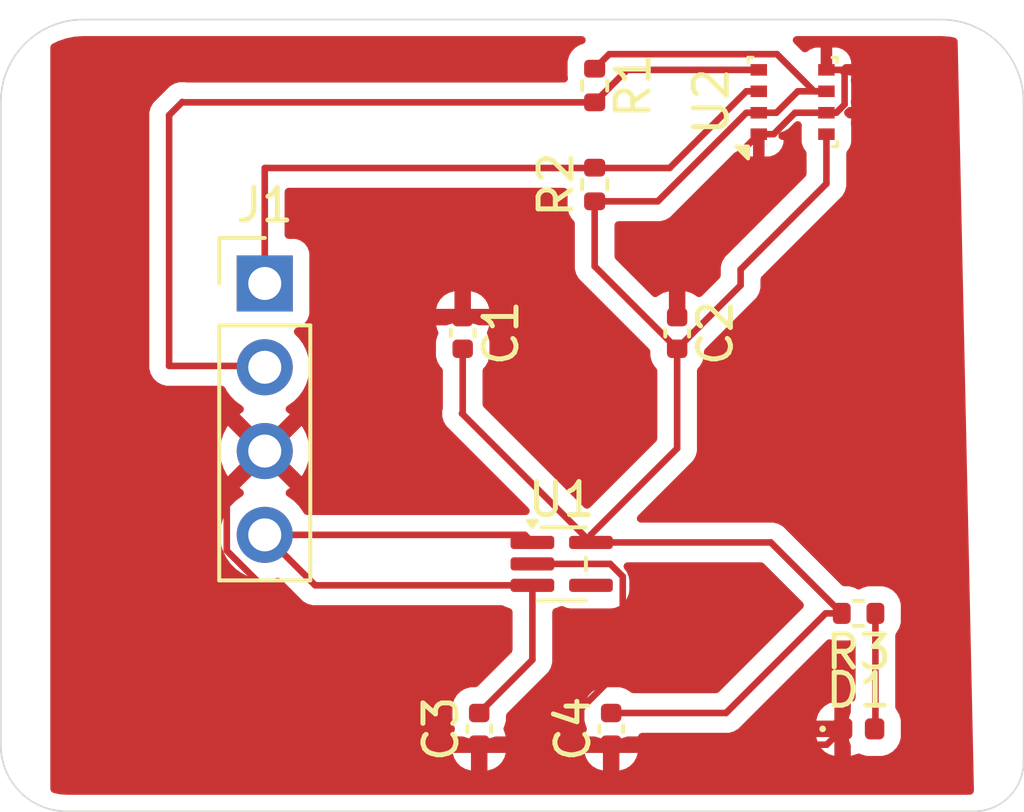
<source format=kicad_pcb>
(kicad_pcb (version 20241229) (generator "pcbnew") (generator_version "9.0")
  (layers (0 "F.Cu" signal) (2 "B.Cu" signal) (13 "F.Paste" user) (15 "B.Paste" user) (5 "F.SilkS" user "F.Silkscreen") (7 "B.SilkS" user "B.Silkscreen") (1 "F.Mask" user) (3 "B.Mask" user) (25 "Edge.Cuts" user))
  (net 0 "")
  (net 1 "/+2V8")
  (net 2 "/GND")
  (net 3 "Net-(J1-VIN)")
  (net 4 "Net-(D1-A)")
  (net 5 "/SCL")
  (net 6 "/SDA")
  (footprint "Resistor_SMD:R_0402_1005Metric" (layer "F.Cu") (at 122.5 69.5 90)
    (property "Reference" "R2" (at 0 -1.17 90) (layer "F.SilkS"))
    (property "Value" "4.7k")
    (fp_line (start -0.153641 -0.38) (end 0.153641 -0.38) (stroke (width 0.12)) (layer "F.SilkS"))
    (fp_line (start -0.153641 0.38) (end 0.153641 0.38) (stroke (width 0.12)) (layer "F.SilkS"))
    (pad "1" smd roundrect (at -0.51 0 90) (size 0.54 0.64) (layers "F.Cu" "F.Mask" "F.Paste") (net 1 "/+2V8"))
    (pad "2" smd roundrect (at 0.51 0 90) (size 0.54 0.64) (layers "F.Cu" "F.Mask" "F.Paste") (net 5 "/SCL"))
  )
  (footprint "Capacitor_SMD:C_0402_1005Metric" (layer "F.Cu") (at 125 74 -90)
    (property "Reference" "C2" (at 0 -1.16 90) (layer "F.SilkS"))
    (property "Value" "100nF")
    (fp_line (start -0.107836 0.36) (end 0.107836 0.36) (stroke (width 0.12)) (layer "F.SilkS"))
    (fp_line (start -0.107836 -0.36) (end 0.107836 -0.36) (stroke (width 0.12)) (layer "F.SilkS"))
    (pad "1" smd roundrect (at -0.48 0 270) (size 0.56 0.62) (layers "F.Cu" "F.Mask" "F.Paste") (net 2 "/GND"))
    (pad "2" smd roundrect (at 0.48 0 270) (size 0.56 0.62) (layers "F.Cu" "F.Mask" "F.Paste") (net 1 "/+2V8"))
  )
  (footprint "Package_LGA:Bosch_LGA-8_2.5x2.5mm_P0.65mm_ClockwisePinNumbering" (layer "F.Cu") (at 128.5 67 90)
    (property "Reference" "U2" (at 0.015 -2.465 90) (layer "F.SilkS"))
    (property "Value" "BME280")
    (fp_line (start 1.35 -1.35) (end 1.35 -1.2) (stroke (width 0.1)) (layer "F.SilkS"))
    (fp_line (start 1.2 -1.35) (end 1.35 -1.35) (stroke (width 0.1)) (layer "F.SilkS"))
    (fp_line (start 1.35 1.35) (end 1.35 1.2) (stroke (width 0.1)) (layer "F.SilkS"))
    (fp_line (start 1.35 1.35) (end 1.2 1.35) (stroke (width 0.1)) (layer "F.SilkS"))
    (fp_line (start -1.35 1.35) (end -1.35 1.2) (stroke (width 0.1)) (layer "F.SilkS"))
    (fp_line (start -1.35 1.36) (end -1.2 1.36) (stroke (width 0.1)) (layer "F.SilkS"))
    (fp_poly (pts (xy -1.35 -1.35) (xy -1.71 -1.35) (xy -1.35 -1.71) (xy -1.35 -1.35)) (stroke (width 0.12)) (fill yes) (layer "F.SilkS"))
    (pad "1" smd rect (at -0.975 -1.025 180) (size 0.5 0.35) (layers "F.Cu" "F.Mask" "F.Paste") (net 2 "/GND"))
    (pad "2" smd rect (at -0.325 -1.025 180) (size 0.5 0.35) (layers "F.Cu" "F.Mask" "F.Paste") (net 1 "/+2V8"))
    (pad "3" smd rect (at 0.325 -1.025 180) (size 0.5 0.35) (layers "F.Cu" "F.Mask" "F.Paste") (net 5 "/SCL"))
    (pad "4" smd rect (at 0.975 -1.025 180) (size 0.5 0.35) (layers "F.Cu" "F.Mask" "F.Paste") (net 6 "/SDA"))
    (pad "5" smd rect (at 0.975 1.025 180) (size 0.5 0.35) (layers "F.Cu" "F.Mask" "F.Paste") (net 2 "/GND"))
    (pad "6" smd rect (at 0.325 1.025 180) (size 0.5 0.35) (layers "F.Cu" "F.Mask" "F.Paste") (net 1 "/+2V8"))
    (pad "7" smd rect (at -0.325 1.025 180) (size 0.5 0.35) (layers "F.Cu" "F.Mask" "F.Paste") (net 2 "/GND"))
    (pad "8" smd rect (at -0.975 1.025 180) (size 0.5 0.35) (layers "F.Cu" "F.Mask" "F.Paste") (net 1 "/+2V8"))
  )
  (footprint "Capacitor_SMD:C_0402_1005Metric" (layer "F.Cu") (at 123 86 90)
    (property "Reference" "C4" (at 0 -1.16 90) (layer "F.SilkS"))
    (property "Value" "1uF")
    (fp_line (start -0.107836 -0.36) (end 0.107836 -0.36) (stroke (width 0.12)) (layer "F.SilkS"))
    (fp_line (start -0.107836 0.36) (end 0.107836 0.36) (stroke (width 0.12)) (layer "F.SilkS"))
    (pad "1" smd roundrect (at -0.48 0 90) (size 0.56 0.62) (layers "F.Cu" "F.Mask" "F.Paste") (net 2 "/GND"))
    (pad "2" smd roundrect (at 0.48 0 90) (size 0.56 0.62) (layers "F.Cu" "F.Mask" "F.Paste") (net 1 "/+2V8"))
  )
  (footprint "LED_SMD:LED_0402_1005Metric" (layer "F.Cu") (at 130.5 86)
    (property "Reference" "D1" (at 0 -1.17 0) (layer "F.SilkS"))
    (property "Value" "LED")
    (fp_circle (center -1.09 0) (end -1.04 0) (stroke (width 0.1)) (fill no) (layer "F.SilkS"))
    (pad "1" smd roundrect (at -0.485 0) (size 0.59 0.64) (layers "F.Cu" "F.Mask" "F.Paste") (net 2 "/GND"))
    (pad "2" smd roundrect (at 0.485 0) (size 0.59 0.64) (layers "F.Cu" "F.Mask" "F.Paste") (net 4 "Net-(D1-A)"))
  )
  (footprint "Capacitor_SMD:C_0402_1005Metric" (layer "F.Cu") (at 119 86 90)
    (property "Reference" "C3" (at 0 -1.16 90) (layer "F.SilkS"))
    (property "Value" "1uF")
    (fp_line (start -0.107836 -0.36) (end 0.107836 -0.36) (stroke (width 0.12)) (layer "F.SilkS"))
    (fp_line (start -0.107836 0.36) (end 0.107836 0.36) (stroke (width 0.12)) (layer "F.SilkS"))
    (pad "1" smd roundrect (at -0.48 0 90) (size 0.56 0.62) (layers "F.Cu" "F.Mask" "F.Paste") (net 2 "/GND"))
    (pad "2" smd roundrect (at 0.48 0 90) (size 0.56 0.62) (layers "F.Cu" "F.Mask" "F.Paste") (net 3 "Net-(J1-VIN)"))
  )
  (footprint "Capacitor_SMD:C_0402_1005Metric" (layer "F.Cu") (at 118.5 74 -90)
    (property "Reference" "C1" (at 0 -1.16 90) (layer "F.SilkS"))
    (property "Value" "100nF")
    (fp_line (start -0.107836 0.36) (end 0.107836 0.36) (stroke (width 0.12)) (layer "F.SilkS"))
    (fp_line (start -0.107836 -0.36) (end 0.107836 -0.36) (stroke (width 0.12)) (layer "F.SilkS"))
    (pad "1" smd roundrect (at -0.48 0 270) (size 0.56 0.62) (layers "F.Cu" "F.Mask" "F.Paste") (net 2 "/GND"))
    (pad "2" smd roundrect (at 0.48 0 270) (size 0.56 0.62) (layers "F.Cu" "F.Mask" "F.Paste") (net 1 "/+2V8"))
  )
  (footprint "Package_TO_SOT_SMD:SOT-353_SC-70-5" (layer "F.Cu") (at 121.5 81)
    (property "Reference" "U1" (at 0 -1.95 0) (layer "F.SilkS"))
    (property "Value" "MIC5376-2.8YC5-TR")
    (fp_line (start -0.599252 -1.11) (end 0.735 -1.11) (stroke (width 0.12)) (layer "F.SilkS"))
    (fp_line (start 0.735 -0.19) (end 0.735 0.19) (stroke (width 0.12)) (layer "F.SilkS"))
    (fp_line (start 0.735 1.11) (end -0.735 1.11) (stroke (width 0.12)) (layer "F.SilkS"))
    (fp_poly (pts (xy -0.89 -1.12) (xy -1.03 -1.31) (xy -0.75 -1.31)) (stroke (width 0.12)) (fill yes) (layer "F.SilkS"))
    (pad "1" smd roundrect (at -0.8875 -0.65) (size 1.325 0.4) (layers "F.Cu" "F.Mask" "F.Paste") (net 3 "Net-(J1-VIN)"))
    (pad "2" smd roundrect (at -0.8875 0) (size 1.325 0.4) (layers "F.Cu" "F.Mask" "F.Paste") (net 2 "/GND"))
    (pad "3" smd roundrect (at -0.8875 0.65) (size 1.325 0.4) (layers "F.Cu" "F.Mask" "F.Paste") (net 3 "Net-(J1-VIN)"))
    (pad "4" smd roundrect (at 0.8875 0.65) (size 1.325 0.4) (layers "F.Cu" "F.Mask" "F.Paste"))
    (pad "5" smd roundrect (at 0.8875 -0.65) (size 1.325 0.4) (layers "F.Cu" "F.Mask" "F.Paste") (net 1 "/+2V8"))
  )
  (footprint "Connector_PinHeader_2.54mm:PinHeader_1x04_P2.54mm_Vertical" (layer "F.Cu") (at 112.5 72.5)
    (property "Reference" "J1" (at 0 -2.38 0) (layer "F.SilkS"))
    (property "Value" "Header")
    (fp_line (start -1.38 -1.38) (end 0 -1.38) (stroke (width 0.12)) (layer "F.SilkS"))
    (fp_line (start -1.38 0) (end -1.38 -1.38) (stroke (width 0.12)) (layer "F.SilkS"))
    (fp_line (start -1.38 1.27) (end -1.38 9) (stroke (width 0.12)) (layer "F.SilkS"))
    (fp_line (start -1.38 1.27) (end 1.38 1.27) (stroke (width 0.12)) (layer "F.SilkS"))
    (fp_line (start -1.38 9) (end 1.38 9) (stroke (width 0.12)) (layer "F.SilkS"))
    (fp_line (start 1.38 1.27) (end 1.38 9) (stroke (width 0.12)) (layer "F.SilkS"))
    (pad "1" thru_hole rect (at 0 0) (size 1.7 1.7) (drill 1) (layers "*.Cu" "*.Mask") (net 5 "/SCL"))
    (pad "2" thru_hole circle (at 0 2.54) (size 1.7 1.7) (drill 1) (layers "*.Cu" "*.Mask") (net 6 "/SDA"))
    (pad "3" thru_hole circle (at 0 5.08) (size 1.7 1.7) (drill 1) (layers "*.Cu" "*.Mask") (net 2 "/GND"))
    (pad "4" thru_hole circle (at 0 7.62) (size 1.7 1.7) (drill 1) (layers "*.Cu" "*.Mask") (net 3 "Net-(J1-VIN)"))
  )
  (footprint "Resistor_SMD:R_0402_1005Metric" (layer "F.Cu") (at 122.5 66.5 -90)
    (property "Reference" "R1" (at 0 -1.17 90) (layer "F.SilkS"))
    (property "Value" "4.7k")
    (fp_line (start -0.153641 0.38) (end 0.153641 0.38) (stroke (width 0.12)) (layer "F.SilkS"))
    (fp_line (start -0.153641 -0.38) (end 0.153641 -0.38) (stroke (width 0.12)) (layer "F.SilkS"))
    (pad "1" smd roundrect (at -0.51 0 270) (size 0.54 0.64) (layers "F.Cu" "F.Mask" "F.Paste") (net 1 "/+2V8"))
    (pad "2" smd roundrect (at 0.51 0 270) (size 0.54 0.64) (layers "F.Cu" "F.Mask" "F.Paste") (net 6 "/SDA"))
  )
  (footprint "Resistor_SMD:R_0402_1005Metric" (layer "F.Cu") (at 130.5 82.5 180)
    (property "Reference" "R3" (at 0 -1.17 0) (layer "F.SilkS"))
    (property "Value" "1k")
    (fp_line (start -0.153641 0.38) (end 0.153641 0.38) (stroke (width 0.12)) (layer "F.SilkS"))
    (fp_line (start -0.153641 -0.38) (end 0.153641 -0.38) (stroke (width 0.12)) (layer "F.SilkS"))
    (pad "1" smd roundrect (at -0.51 0 180) (size 0.54 0.64) (layers "F.Cu" "F.Mask" "F.Paste") (net 4 "Net-(D1-A)"))
    (pad "2" smd roundrect (at 0.51 0 180) (size 0.54 0.64) (layers "F.Cu" "F.Mask" "F.Paste") (net 1 "/+2V8"))
  )
  (gr_line (start 107 64.5) (end 133 64.5) (stroke (width 0.05)) (layer "Edge.Cuts"))
  (gr_line (start 104.5 67) (end 104.5 86.5) (stroke (width 0.05)) (layer "Edge.Cuts"))
  (gr_line (start 135.5 67) (end 135.5 87) (stroke (width 0.05)) (layer "Edge.Cuts"))
  (gr_line (start 134 88.5) (end 106.5 88.5) (stroke (width 0.05)) (layer "Edge.Cuts"))
  (gr_arc (start 104.5 67) (mid 105.232233 65.232233) (end 107 64.5) (stroke (width 0.05)) (layer "Edge.Cuts"))
  (gr_arc (start 106.5 88.5) (mid 105.085786 87.914214) (end 104.5 86.5) (stroke (width 0.05)) (layer "Edge.Cuts"))
  (gr_arc (start 133 64.5) (mid 134.767767 65.232233) (end 135.5 67) (stroke (width 0.05)) (layer "Edge.Cuts"))
  (gr_arc (start 135.5 87) (mid 135.06066 88.06066) (end 134 88.5) (stroke (width 0.05)) (layer "Edge.Cuts"))
  (segment (start 127.098 67.325) (end 127.475 67.325) (width 0.2) (layer "F.Cu") (net 1))
  (segment (start 126.924 72.556) (end 126.924 72.076) (width 0.2) (layer "F.Cu") (net 1))
  (segment (start 122.3875 80.35) (end 127.84 80.35) (width 0.2) (layer "F.Cu") (net 1))
  (segment (start 127.475 67.325) (end 128.0079 67.325) (width 0.2) (layer "F.Cu") (net 1))
  (segment (start 129.525 69.475) (end 129.525 67.975) (width 0.2) (layer "F.Cu") (net 1))
  (segment (start 128.6579 66.675) (end 129.525 66.675) (width 0.2) (layer "F.Cu") (net 1))
  (segment (start 127.84 80.35) (end 129.99 82.5) (width 0.2) (layer "F.Cu") (net 1))
  (segment (start 122.5 65.99) (end 122.941 65.549) (width 0.2) (layer "F.Cu") (net 1))
  (segment (start 122.3875 80.35) (end 122.3875 80.1125) (width 0.2) (layer "F.Cu") (net 1))
  (segment (start 128.026 65.549) (end 129.152 66.675) (width 0.2) (layer "F.Cu") (net 1))
  (segment (start 129.5 82.5) (end 126.48 85.52) (width 0.2) (layer "F.Cu") (net 1))
  (segment (start 126.48 85.52) (end 123 85.52) (width 0.2) (layer "F.Cu") (net 1))
  (segment (start 122.5 70.01) (end 124.413 70.01) (width 0.2) (layer "F.Cu") (net 1))
  (segment (start 126.924 72.076) (end 129.525 69.475) (width 0.2) (layer "F.Cu") (net 1))
  (segment (start 118.5 76.4225) (end 118.5 74.48) (width 0.2) (layer "F.Cu") (net 1))
  (segment (start 129.99 82.5) (end 129.5 82.5) (width 0.2) (layer "F.Cu") (net 1))
  (segment (start 129.152 66.675) (end 129.525 66.675) (width 0.2) (layer "F.Cu") (net 1))
  (segment (start 124.413 70.01) (end 127.098 67.325) (width 0.2) (layer "F.Cu") (net 1))
  (segment (start 128.0079 67.325) (end 128.6579 66.675) (width 0.2) (layer "F.Cu") (net 1))
  (segment (start 125 74.48) (end 126.924 72.556) (width 0.2) (layer "F.Cu") (net 1))
  (segment (start 122.5 71.98) (end 125 74.48) (width 0.2) (layer "F.Cu") (net 1))
  (segment (start 122.941 65.549) (end 128.026 65.549) (width 0.2) (layer "F.Cu") (net 1))
  (segment (start 122.3875 80.1125) (end 125 77.5) (width 0.2) (layer "F.Cu") (net 1))
  (segment (start 122.5 70.01) (end 122.5 71.98) (width 0.2) (layer "F.Cu") (net 1))
  (segment (start 125 77.5) (end 125 74.48) (width 0.2) (layer "F.Cu") (net 1))
  (segment (start 122.3875 80.35) (end 118.48 76.4425) (width 0.2) (layer "F.Cu") (net 1))
  (segment (start 118.48 76.4425) (end 118.5 76.4225) (width 0.2) (layer "F.Cu") (net 1))
  (segment (start 129.825 67.325) (end 130.076 67.074) (width 0.2) (layer "F.Cu") (net 2))
  (segment (start 122.96987 81) (end 123.351 81.38113) (width 0.2) (layer "F.Cu") (net 2))
  (segment (start 127.475 67.975) (end 125 70.45) (width 0.2) (layer "F.Cu") (net 2))
  (segment (start 120.6125 81) (end 122.96987 81) (width 0.2) (layer "F.Cu") (net 2))
  (segment (start 118.5 73.52) (end 116.56 73.52) (width 0.2) (layer "F.Cu") (net 2))
  (segment (start 130.076 66.126) (end 129.975 66.025) (width 0.2) (layer "F.Cu") (net 2))
  (segment (start 121 86.48) (end 123 86.48) (width 0.2) (layer "F.Cu") (net 2))
  (segment (start 117.23224 86.48) (end 119 86.48) (width 0.2) (layer "F.Cu") (net 2))
  (segment (start 123.351 81.38113) (end 123.351 84.129) (width 0.2) (layer "F.Cu") (net 2))
  (segment (start 119 86.48) (end 121 86.48) (width 0.2) (layer "F.Cu") (net 2))
  (segment (start 127.475 67.975) (end 127.925 67.975) (width 0.2) (layer "F.Cu") (net 2))
  (segment (start 130.076 67.074) (end 130.076 66.126) (width 0.2) (layer "F.Cu") (net 2))
  (segment (start 112.5 77.58) (end 111.349 78.731) (width 0.2) (layer "F.Cu") (net 2))
  (segment (start 129.975 66.025) (end 129.525 66.025) (width 0.2) (layer "F.Cu") (net 2))
  (segment (start 111.349 78.731) (end 111.349 80.59676) (width 0.2) (layer "F.Cu") (net 2))
  (segment (start 127.925 67.975) (end 128.575 67.325) (width 0.2) (layer "F.Cu") (net 2))
  (segment (start 123.351 84.129) (end 121 86.48) (width 0.2) (layer "F.Cu") (net 2))
  (segment (start 123 86.48) (end 129.535 86.48) (width 0.2) (layer "F.Cu") (net 2))
  (segment (start 111.349 80.59676) (end 117.23224 86.48) (width 0.2) (layer "F.Cu") (net 2))
  (segment (start 125 70.45) (end 125 73.52) (width 0.2) (layer "F.Cu") (net 2))
  (segment (start 129.535 86.48) (end 130.015 86) (width 0.2) (layer "F.Cu") (net 2))
  (segment (start 129.525 67.325) (end 129.825 67.325) (width 0.2) (layer "F.Cu") (net 2))
  (segment (start 128.575 67.325) (end 129.525 67.325) (width 0.2) (layer "F.Cu") (net 2))
  (segment (start 116.56 73.52) (end 112.5 77.58) (width 0.2) (layer "F.Cu") (net 2))
  (segment (start 114.03 81.65) (end 120.6125 81.65) (width 0.2) (layer "F.Cu") (net 3))
  (segment (start 120.6125 83.9075) (end 120.6125 81.65) (width 0.2) (layer "F.Cu") (net 3))
  (segment (start 112.5 80.12) (end 120.3825 80.12) (width 0.2) (layer "F.Cu") (net 3))
  (segment (start 112.5 80.12) (end 114.03 81.65) (width 0.2) (layer "F.Cu") (net 3))
  (segment (start 119 85.52) (end 120.6125 83.9075) (width 0.2) (layer "F.Cu") (net 3))
  (segment (start 120.3825 80.12) (end 120.6125 80.35) (width 0.2) (layer "F.Cu") (net 3))
  (segment (start 131.01 82.5) (end 131.01 85.975) (width 0.2) (layer "F.Cu") (net 4))
  (segment (start 131.01 85.975) (end 130.985 86) (width 0.2) (layer "F.Cu") (net 4))
  (segment (start 124.773 69) (end 127.098 66.675) (width 0.2) (layer "F.Cu") (net 5))
  (segment (start 112.5 72.5) (end 112.5 69) (width 0.2) (layer "F.Cu") (net 5))
  (segment (start 112.5 69) (end 124.773 69) (width 0.2) (layer "F.Cu") (net 5))
  (segment (start 127.098 66.675) (end 127.475 66.675) (width 0.2) (layer "F.Cu") (net 5))
  (segment (start 109.601 75) (end 109.601 67.399) (width 0.2) (layer "F.Cu") (net 6))
  (segment (start 112.5 75.04) (end 112.46 75) (width 0.2) (layer "F.Cu") (net 6))
  (segment (start 123.485 66.025) (end 127.475 66.025) (width 0.2) (layer "F.Cu") (net 6))
  (segment (start 112.46 75) (end 109.601 75) (width 0.2) (layer "F.Cu") (net 6))
  (segment (start 122.5 67.01) (end 123.485 66.025) (width 0.2) (layer "F.Cu") (net 6))
  (segment (start 110 67) (end 110.01 67.01) (width 0.2) (layer "F.Cu") (net 6))
  (segment (start 110.01 67.01) (end 122.5 67.01) (width 0.2) (layer "F.Cu") (net 6))
  (segment (start 109.601 67.399) (end 110 67) (width 0.2) (layer "F.Cu") (net 6))
  (zone (net 2) (net_name "/GND") (layer "F.Cu") (connect_pads (clearance 0.5)) (min_thickness 0.25) (fill yes (thermal_gap 0.5) (thermal_bridge_width 0.5))
    (polygon (pts (xy 133.5 65) (xy 134 88) (xy 106 88) (xy 106 65)))
  )
)
</source>
